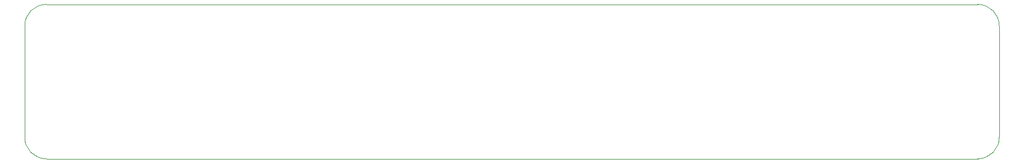
<source format=gm1>
G04 #@! TF.FileFunction,Profile,NP*
%FSLAX46Y46*%
G04 Gerber Fmt 4.6, Leading zero omitted, Abs format (unit mm)*
G04 Created by KiCad (PCBNEW 4.0.2-stable) date Wed 13 Apr 2016 05:19:08 PM PDT*
%MOMM*%
G01*
G04 APERTURE LIST*
%ADD10C,0.100000*%
G04 APERTURE END LIST*
D10*
X63500000Y-117475000D02*
X63500000Y-118110000D01*
X63500000Y-102235000D02*
X63500000Y-101600000D01*
X207010000Y-118110000D02*
X207010000Y-101600000D01*
X66675000Y-121285000D02*
X203835000Y-121285000D01*
X207010000Y-101600000D02*
G75*
G03X203835000Y-98425000I-3175000J0D01*
G01*
X203835000Y-121285000D02*
G75*
G03X207010000Y-118110000I0J3175000D01*
G01*
X66675000Y-98425000D02*
G75*
G03X63500000Y-101600000I0J-3175000D01*
G01*
X63500000Y-118110000D02*
G75*
G03X66675000Y-121285000I3175000J0D01*
G01*
X63500000Y-102235000D02*
X63500000Y-117475000D01*
X203835000Y-98425000D02*
X66675000Y-98425000D01*
M02*

</source>
